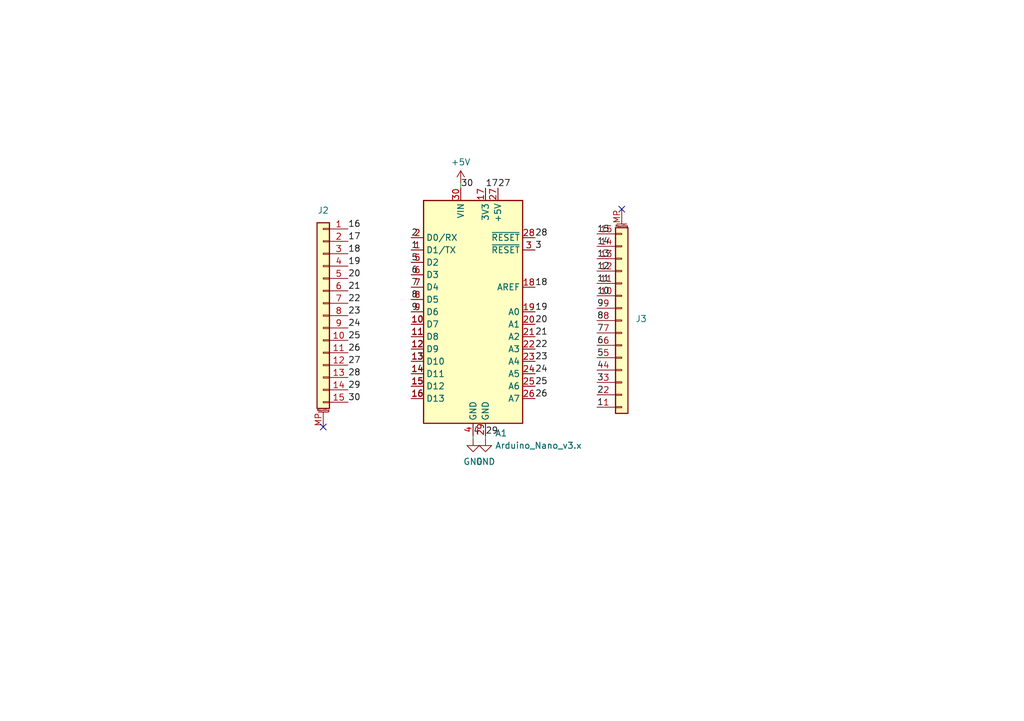
<source format=kicad_sch>
(kicad_sch (version 20230121) (generator eeschema)
  (paper "A5")
  (lib_symbols
    (symbol "Connector_Generic_MountingPin:Conn_01x15_MountingPin" (pin_names (offset 1.016) hide)
      (property "Reference" "J" (at 0 20.32 0))
      (property "Value" "Conn_01x15_MountingPin" (at 1.27 -20.32 0))
      (symbol "Conn_01x15_MountingPin_1_1"
        (rectangle (start -1.27 -17.653) (end 0 -17.907) (stroke (width 0.1524)))
        (rectangle (start -1.27 -15.113) (end 0 -15.367) (stroke (width 0.1524)))
        (rectangle (start -1.27 -12.573) (end 0 -12.827) (stroke (width 0.1524)))
        (rectangle (start -1.27 -10.033) (end 0 -10.287) (stroke (width 0.1524)))
        (rectangle (start -1.27 -7.493) (end 0 -7.747) (stroke (width 0.1524)))
        (rectangle (start -1.27 -4.953) (end 0 -5.207) (stroke (width 0.1524)))
        (rectangle (start -1.27 -2.413) (end 0 -2.667) (stroke (width 0.1524)))
        (rectangle (start -1.27 0.127) (end 0 -0.127) (stroke (width 0.1524)))
        (rectangle (start -1.27 2.667) (end 0 2.413) (stroke (width 0.1524)))
        (rectangle (start -1.27 5.207) (end 0 4.953) (stroke (width 0.1524)))
        (rectangle (start -1.27 7.747) (end 0 7.493) (stroke (width 0.1524)))
        (rectangle (start -1.27 10.287) (end 0 10.033) (stroke (width 0.1524)))
        (rectangle (start -1.27 12.827) (end 0 12.573) (stroke (width 0.1524)))
        (rectangle (start -1.27 15.367) (end 0 15.113) (stroke (width 0.1524)))
        (rectangle (start -1.27 17.907) (end 0 17.653) (stroke (width 0.1524)))
        (rectangle (start -1.27 19.05) (end 1.27 -19.05) (stroke (width 0.254)) (fill (type background)))
        (polyline (pts (xy -1.016 -19.812) (xy 1.016 -19.812)) (stroke (width 0.1524)))
        (text "Mounting" (at 0 -19.431 0) (effects (font (size 0.381 0.381))))
        (pin passive line (at -5.08 17.78 0) (length 3.81) (name "Pin_1") (number "1"))
        (pin passive line (at -5.08 -5.08 0) (length 3.81) (name "Pin_10") (number "10"))
        (pin passive line (at -5.08 -7.62 0) (length 3.81) (name "Pin_11") (number "11"))
        (pin passive line (at -5.08 -10.16 0) (length 3.81) (name "Pin_12") (number "12"))
        (pin passive line (at -5.08 -12.7 0) (length 3.81) (name "Pin_13") (number "13"))
        (pin passive line (at -5.08 -15.24 0) (length 3.81) (name "Pin_14") (number "14"))
        (pin passive line (at -5.08 -17.78 0) (length 3.81) (name "Pin_15") (number "15"))
        (pin passive line (at -5.08 15.24 0) (length 3.81) (name "Pin_2") (number "2"))
        (pin passive line (at -5.08 12.7 0) (length 3.81) (name "Pin_3") (number "3"))
        (pin passive line (at -5.08 10.16 0) (length 3.81) (name "Pin_4") (number "4"))
        (pin passive line (at -5.08 7.62 0) (length 3.81) (name "Pin_5") (number "5"))
        (pin passive line (at -5.08 5.08 0) (length 3.81) (name "Pin_6") (number "6"))
        (pin passive line (at -5.08 2.54 0) (length 3.81) (name "Pin_7") (number "7"))
        (pin passive line (at -5.08 0 0) (length 3.81) (name "Pin_8") (number "8"))
        (pin passive line (at -5.08 -2.54 0) (length 3.81) (name "Pin_9") (number "9"))
        (pin passive line (at 0 -22.86 90) (length 3.048) (name "MountPin") (number "MP"))
      )
    )
    (symbol "MCU_Module:Arduino_Nano_v3.x"
      (property "Reference" "A" (at -10.16 23.495 0))
      (property "Value" "Arduino_Nano_v3.x" (at 5.08 -24.13 0))
      (symbol "Arduino_Nano_v3.x_0_1"
        (rectangle (start -10.16 22.86) (end 10.16 -22.86) (stroke (width 0.254)) (fill (type background)))
      )
      (symbol "Arduino_Nano_v3.x_1_1"
        (pin bidirectional line (at -12.7 12.7 0) (length 2.54) (name "D1/TX") (number "1"))
        (pin bidirectional line (at -12.7 -2.54 0) (length 2.54) (name "D7") (number "10"))
        (pin bidirectional line (at -12.7 -5.08 0) (length 2.54) (name "D8") (number "11"))
        (pin bidirectional line (at -12.7 -7.62 0) (length 2.54) (name "D9") (number "12"))
        (pin bidirectional line (at -12.7 -10.16 0) (length 2.54) (name "D10") (number "13"))
        (pin bidirectional line (at -12.7 -12.7 0) (length 2.54) (name "D11") (number "14"))
        (pin bidirectional line (at -12.7 -15.24 0) (length 2.54) (name "D12") (number "15"))
        (pin bidirectional line (at -12.7 -17.78 0) (length 2.54) (name "D13") (number "16"))
        (pin power_out line (at 2.54 25.4 270) (length 2.54) (name "3V3") (number "17"))
        (pin input line (at 12.7 5.08 180) (length 2.54) (name "AREF") (number "18"))
        (pin bidirectional line (at 12.7 0 180) (length 2.54) (name "A0") (number "19"))
        (pin bidirectional line (at -12.7 15.24 0) (length 2.54) (name "D0/RX") (number "2"))
        (pin bidirectional line (at 12.7 -2.54 180) (length 2.54) (name "A1") (number "20"))
        (pin bidirectional line (at 12.7 -5.08 180) (length 2.54) (name "A2") (number "21"))
        (pin bidirectional line (at 12.7 -7.62 180) (length 2.54) (name "A3") (number "22"))
        (pin bidirectional line (at 12.7 -10.16 180) (length 2.54) (name "A4") (number "23"))
        (pin bidirectional line (at 12.7 -12.7 180) (length 2.54) (name "A5") (number "24"))
        (pin bidirectional line (at 12.7 -15.24 180) (length 2.54) (name "A6") (number "25"))
        (pin bidirectional line (at 12.7 -17.78 180) (length 2.54) (name "A7") (number "26"))
        (pin power_out line (at 5.08 25.4 270) (length 2.54) (name "+5V") (number "27"))
        (pin input line (at 12.7 15.24 180) (length 2.54) (name "~{RESET}") (number "28"))
        (pin power_in line (at 2.54 -25.4 90) (length 2.54) (name "GND") (number "29"))
        (pin input line (at 12.7 12.7 180) (length 2.54) (name "~{RESET}") (number "3"))
        (pin power_in line (at -2.54 25.4 270) (length 2.54) (name "VIN") (number "30"))
        (pin power_in line (at 0 -25.4 90) (length 2.54) (name "GND") (number "4"))
        (pin bidirectional line (at -12.7 10.16 0) (length 2.54) (name "D2") (number "5"))
        (pin bidirectional line (at -12.7 7.62 0) (length 2.54) (name "D3") (number "6"))
        (pin bidirectional line (at -12.7 5.08 0) (length 2.54) (name "D4") (number "7"))
        (pin bidirectional line (at -12.7 2.54 0) (length 2.54) (name "D5") (number "8"))
        (pin bidirectional line (at -12.7 0 0) (length 2.54) (name "D6") (number "9"))
      )
    )
    (symbol "power:+5V" (power) (pin_names (offset 0))
      (property "Value" "+5V" (at 0 3.556 0))
      (symbol "+5V_0_1"
        (polyline (pts (xy -0.762 1.27) (xy 0 2.54)))
        (polyline (pts (xy 0 0) (xy 0 2.54)))
        (polyline (pts (xy 0 2.54) (xy 0.762 1.27)))
      )
      (symbol "+5V_1_1"
        (pin power_in line (at 0 0 90) (length 0) hide (name "+5V") (number "1"))
      )
    )
    (symbol "power:GND" (power) (pin_names (offset 0))
      (property "Value" "GND" (at 0 -3.81 0))
      (symbol "GND_0_1"
        (polyline (pts (xy 0 0) (xy 0 -1.27) (xy 1.27 -1.27) (xy 0 -2.54) (xy -1.27 -1.27) (xy 0 -1.27)))
      )
      (symbol "GND_1_1"
        (pin power_in line (at 0 0 270) (length 0) hide (name "GND") (number "1"))
      )
    )
  )
  (no_connect (at 127.508 42.926))
  (no_connect (at 66.294 87.63))
  (wire (pts (xy 97.028 90.17) (xy 97.028 89.408)))
  (wire (pts (xy 94.488 37.592) (xy 94.488 38.608)))
  (wire (pts (xy 99.568 90.17) (xy 99.568 89.408)))
  (label "17" (at 99.568 38.608 0))
  (label "26" (at 71.374 72.39 0))
  (label "5" (at 84.328 53.848 0))
  (label "29" (at 71.374 80.01 0))
  (label "19" (at 71.374 54.61 0))
  (label "15" (at 84.328 79.248 0))
  (label "18" (at 71.374 52.07 0))
  (label "14" (at 84.328 76.708 0))
  (label "4" (at 122.428 75.946 0))
  (label "4" (at 97.028 89.408 0))
  (label "3" (at 109.728 51.308 0))
  (label "2" (at 84.328 48.768 0))
  (label "11" (at 122.428 58.166 0))
  (label "13" (at 122.428 53.086 0))
  (label "1" (at 122.428 83.566 0))
  (label "22" (at 109.728 71.628 0))
  (label "1" (at 84.328 51.308 0))
  (label "12" (at 84.328 71.628 0))
  (label "19" (at 109.728 64.008 0))
  (label "28" (at 109.728 48.768 0))
  (label "13" (at 84.328 74.168 0))
  (label "27" (at 71.374 74.93 0))
  (label "9" (at 122.428 63.246 0))
  (label "20" (at 71.374 57.15 0))
  (label "3" (at 122.428 78.486 0))
  (label "6" (at 84.328 56.388 0))
  (label "16" (at 71.374 46.99 0))
  (label "23" (at 71.374 64.77 0))
  (label "8" (at 122.428 65.786 0))
  (label "15" (at 122.428 48.006 0))
  (label "12" (at 122.428 55.626 0))
  (label "25" (at 71.374 69.85 0))
  (label "30" (at 71.374 82.55 0))
  (label "22" (at 71.374 62.23 0))
  (label "20" (at 109.728 66.548 0))
  (label "21" (at 71.374 59.69 0))
  (label "26" (at 109.728 81.788 0))
  (label "21" (at 109.728 69.088 0))
  (label "29" (at 99.568 89.408 0))
  (label "7" (at 122.428 68.326 0))
  (label "25" (at 109.728 79.248 0))
  (label "9" (at 84.328 64.008 0))
  (label "27" (at 102.108 38.608 0))
  (label "14" (at 122.428 50.546 0))
  (label "5" (at 122.428 73.406 0))
  (label "10" (at 122.428 60.706 0))
  (label "24" (at 71.374 67.31 0))
  (label "11" (at 84.328 69.088 0))
  (label "24" (at 109.728 76.708 0))
  (label "7" (at 84.328 58.928 0))
  (label "30" (at 94.488 38.608 0))
  (label "6" (at 122.428 70.866 0))
  (label "23" (at 109.728 74.168 0))
  (label "10" (at 84.328 66.548 0))
  (label "28" (at 71.374 77.47 0))
  (label "2" (at 122.428 81.026 0))
  (label "18" (at 109.728 58.928 0))
  (label "17" (at 71.374 49.53 0))
  (label "16" (at 84.328 81.788 0))
  (label "8" (at 84.328 61.468 0))
  (symbol (lib_id "Connector_Generic_MountingPin:Conn_01x15_MountingPin") (at 66.294 64.77 0) (mirror y) (unit 1)
    (property "Reference" "J2" (at 66.294 43.18 0))
    (property "Value" "Conn_01x15_MountingPin" (effects hide))
    (property "Footprint" "Connector_PinHeader_2.54mm:PinHeader_1x15_P2.54mm_Vertical" (effects hide))
  )
  (symbol (lib_id "power:+5V") (at 94.488 37.592 0) (unit 1)
    (property "Reference" "#PWR012" (effects hide))
    (property "Value" "+5V" (at 94.488 33.274 0))
  )
  (symbol (lib_id "power:GND") (at 97.028 90.17 0) (unit 1)
    (property "Reference" "#PWR010" (effects hide))
    (property "Value" "GND" (at 97.028 94.742 0))
  )
  (symbol (lib_id "power:GND") (at 99.568 90.17 0) (unit 1)
    (property "Reference" "#PWR011" (effects hide))
    (property "Value" "GND" (at 99.568 94.742 0))
  )
  (symbol (lib_id "MCU_Module:Arduino_Nano_v3.x") (at 97.028 64.008 0) (unit 1)
    (property "Reference" "A1" (at 101.5239 88.9 0) (effects (justify left)))
    (property "Value" "Arduino_Nano_v3.x" (at 101.5239 91.44 0) (effects (justify left)))
    (property "Footprint" "Arduino Nano 3D:Arduino_Nano" (effects hide))
    (property "Datasheet" "http://www.mouser.com/pdfdocs/Gravitech_Arduino_Nano3_0.pdf" (effects hide))
  )
  (symbol (lib_id "Connector_Generic_MountingPin:Conn_01x15_MountingPin") (at 127.508 65.786 0) (mirror x) (unit 1)
    (property "Reference" "J3" (at 130.302 65.4304 0) (effects (justify left)))
    (property "Value" "Conn_01x15_MountingPin" (effects hide))
    (property "Footprint" "Connector_PinHeader_2.54mm:PinHeader_1x15_P2.54mm_Vertical" (effects hide))
  )
)
</source>
